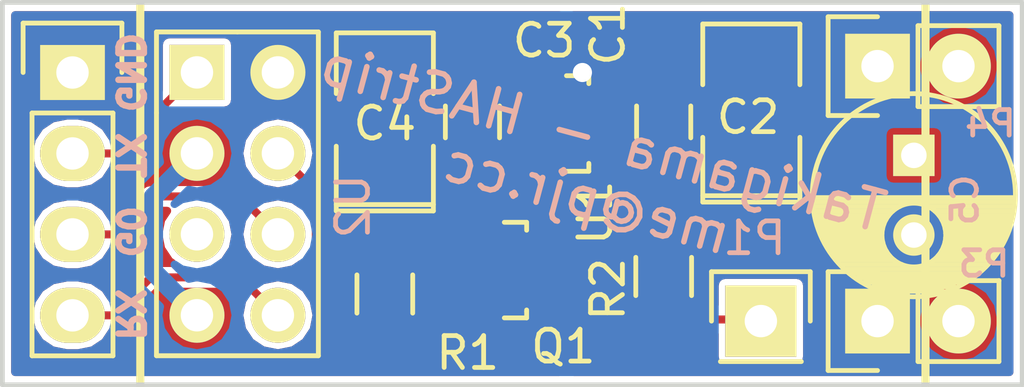
<source format=kicad_pcb>
(kicad_pcb (version 4) (host pcbnew 4.0.2+dfsg1-stable)

  (general
    (links 28)
    (no_connects 1)
    (area 149.924999 89.924999 178.075001 102.075001)
    (thickness 1.6)
    (drawings 9)
    (tracks 44)
    (zones 0)
    (modules 14)
    (nets 9)
  )

  (page A4)
  (layers
    (0 F.Cu signal hide)
    (31 B.Cu signal hide)
    (32 B.Adhes user)
    (33 F.Adhes user)
    (34 B.Paste user)
    (35 F.Paste user)
    (36 B.SilkS user)
    (37 F.SilkS user)
    (38 B.Mask user)
    (39 F.Mask user)
    (40 Dwgs.User user)
    (41 Cmts.User user)
    (42 Eco1.User user)
    (43 Eco2.User user)
    (44 Edge.Cuts user)
    (45 Margin user)
    (46 B.CrtYd user)
    (47 F.CrtYd user)
    (48 B.Fab user)
    (49 F.Fab user)
  )

  (setup
    (last_trace_width 1.2)
    (user_trace_width 0.4)
    (user_trace_width 0.6)
    (user_trace_width 0.8)
    (user_trace_width 1)
    (user_trace_width 1.2)
    (user_trace_width 1.4)
    (user_trace_width 1.6)
    (user_trace_width 1.8)
    (trace_clearance 0.2)
    (zone_clearance 0.2)
    (zone_45_only no)
    (trace_min 0.2)
    (segment_width 0.2)
    (edge_width 0.15)
    (via_size 0.6)
    (via_drill 0.4)
    (via_min_size 0.4)
    (via_min_drill 0.3)
    (user_via 0.4 0.3)
    (user_via 0.6 0.5)
    (user_via 0.8 0.6)
    (user_via 1.2 1)
    (user_via 1.4 1.2)
    (user_via 1.6 1.4)
    (user_via 1.8 1.6)
    (uvia_size 0.3)
    (uvia_drill 0.1)
    (uvias_allowed no)
    (uvia_min_size 0.2)
    (uvia_min_drill 0.1)
    (pcb_text_width 0.3)
    (pcb_text_size 1.5 1.5)
    (mod_edge_width 0.15)
    (mod_text_size 1 1)
    (mod_text_width 0.15)
    (pad_size 1.524 1.524)
    (pad_drill 0.762)
    (pad_to_mask_clearance 0.2)
    (aux_axis_origin 0 0)
    (visible_elements FFFFFF7F)
    (pcbplotparams
      (layerselection 0x00030_80000001)
      (usegerberextensions false)
      (excludeedgelayer true)
      (linewidth 0.100000)
      (plotframeref false)
      (viasonmask false)
      (mode 1)
      (useauxorigin false)
      (hpglpennumber 1)
      (hpglpenspeed 20)
      (hpglpendiameter 15)
      (hpglpenoverlay 2)
      (psnegative false)
      (psa4output false)
      (plotreference true)
      (plotvalue true)
      (plotinvisibletext false)
      (padsonsilk false)
      (subtractmaskfromsilk false)
      (outputformat 1)
      (mirror false)
      (drillshape 1)
      (scaleselection 1)
      (outputdirectory ""))
  )

  (net 0 "")
  (net 1 +5V)
  (net 2 GND)
  (net 3 +3V3)
  (net 4 GPIO2_5)
  (net 5 GPIO2)
  (net 6 GPIO0)
  (net 7 TX)
  (net 8 RX)

  (net_class Default "This is the default net class."
    (clearance 0.2)
    (trace_width 0.25)
    (via_dia 0.6)
    (via_drill 0.4)
    (uvia_dia 0.3)
    (uvia_drill 0.1)
    (add_net +3V3)
    (add_net +5V)
    (add_net GND)
    (add_net GPIO0)
    (add_net GPIO2)
    (add_net GPIO2_5)
    (add_net RX)
    (add_net TX)
  )

  (module Capacitors_SMD:C_0805_HandSoldering (layer F.Cu) (tedit 541A9B8D) (tstamp 580E1B5D)
    (at 166.75 93.75 90)
    (descr "Capacitor SMD 0805, hand soldering")
    (tags "capacitor 0805")
    (path /580E10B5)
    (attr smd)
    (fp_text reference C1 (at 2.75 -1.75 90) (layer F.SilkS)
      (effects (font (size 1 1) (thickness 0.15)))
    )
    (fp_text value 0.1uf (at 6.15 -0.15 270) (layer F.Fab)
      (effects (font (size 1 1) (thickness 0.15)))
    )
    (fp_line (start -2.3 -1) (end 2.3 -1) (layer F.CrtYd) (width 0.05))
    (fp_line (start -2.3 1) (end 2.3 1) (layer F.CrtYd) (width 0.05))
    (fp_line (start -2.3 -1) (end -2.3 1) (layer F.CrtYd) (width 0.05))
    (fp_line (start 2.3 -1) (end 2.3 1) (layer F.CrtYd) (width 0.05))
    (fp_line (start 0.5 -0.85) (end -0.5 -0.85) (layer F.SilkS) (width 0.15))
    (fp_line (start -0.5 0.85) (end 0.5 0.85) (layer F.SilkS) (width 0.15))
    (pad 1 smd rect (at -1.25 0 90) (size 1.5 1.25) (layers F.Cu F.Paste F.Mask)
      (net 1 +5V))
    (pad 2 smd rect (at 1.25 0 90) (size 1.5 1.25) (layers F.Cu F.Paste F.Mask)
      (net 2 GND))
    (model Capacitors_SMD.3dshapes/C_0805_HandSoldering.wrl
      (at (xyz 0 0 0))
      (scale (xyz 1 1 1))
      (rotate (xyz 0 0 0))
    )
  )

  (module Capacitors_SMD:C_0805_HandSoldering (layer F.Cu) (tedit 541A9B8D) (tstamp 580E1B69)
    (at 160.75 93.75 90)
    (descr "Capacitor SMD 0805, hand soldering")
    (tags "capacitor 0805")
    (path /580E12CC)
    (attr smd)
    (fp_text reference C3 (at 2.55 2.25 180) (layer F.SilkS)
      (effects (font (size 1 1) (thickness 0.15)))
    )
    (fp_text value 0.1uf (at 0 2.1 90) (layer F.Fab)
      (effects (font (size 1 1) (thickness 0.15)))
    )
    (fp_line (start -2.3 -1) (end 2.3 -1) (layer F.CrtYd) (width 0.05))
    (fp_line (start -2.3 1) (end 2.3 1) (layer F.CrtYd) (width 0.05))
    (fp_line (start -2.3 -1) (end -2.3 1) (layer F.CrtYd) (width 0.05))
    (fp_line (start 2.3 -1) (end 2.3 1) (layer F.CrtYd) (width 0.05))
    (fp_line (start 0.5 -0.85) (end -0.5 -0.85) (layer F.SilkS) (width 0.15))
    (fp_line (start -0.5 0.85) (end 0.5 0.85) (layer F.SilkS) (width 0.15))
    (pad 1 smd rect (at -1.25 0 90) (size 1.5 1.25) (layers F.Cu F.Paste F.Mask)
      (net 3 +3V3))
    (pad 2 smd rect (at 1.25 0 90) (size 1.5 1.25) (layers F.Cu F.Paste F.Mask)
      (net 2 GND))
    (model Capacitors_SMD.3dshapes/C_0805_HandSoldering.wrl
      (at (xyz 0 0 0))
      (scale (xyz 1 1 1))
      (rotate (xyz 0 0 0))
    )
  )

  (module SMD_Packages:SMD-1210_Pol (layer F.Cu) (tedit 0) (tstamp 580E1B6F)
    (at 158 93.75 90)
    (tags "CMS SM")
    (path /580E12D2)
    (attr smd)
    (fp_text reference C4 (at -0.05 0 360) (layer F.SilkS)
      (effects (font (size 1 1) (thickness 0.15)))
    )
    (fp_text value 2.2uf (at 5.75 0 90) (layer F.Fab)
      (effects (font (size 1 1) (thickness 0.15)))
    )
    (fp_line (start -2.794 -1.524) (end -2.794 1.524) (layer F.SilkS) (width 0.15))
    (fp_line (start 0.889 1.524) (end 2.794 1.524) (layer F.SilkS) (width 0.15))
    (fp_line (start 2.794 1.524) (end 2.794 -1.524) (layer F.SilkS) (width 0.15))
    (fp_line (start 2.794 -1.524) (end 0.889 -1.524) (layer F.SilkS) (width 0.15))
    (fp_line (start -0.762 -1.524) (end -2.794 -1.524) (layer F.SilkS) (width 0.15))
    (fp_line (start -2.594 -1.524) (end -2.594 1.524) (layer F.SilkS) (width 0.15))
    (fp_line (start -2.794 1.524) (end -0.762 1.524) (layer F.SilkS) (width 0.15))
    (pad 1 smd rect (at -1.778 0 90) (size 1.778 2.794) (layers F.Cu F.Paste F.Mask)
      (net 3 +3V3))
    (pad 2 smd rect (at 1.778 0 90) (size 1.778 2.794) (layers F.Cu F.Paste F.Mask)
      (net 2 GND))
    (model SMD_Packages.3dshapes/SMD-1210_Pol.wrl
      (at (xyz 0 0 0))
      (scale (xyz 0.2 0.2 0.2))
      (rotate (xyz 0 0 0))
    )
  )

  (module Pin_Headers:Pin_Header_Straight_1x01 (layer F.Cu) (tedit 581095CE) (tstamp 580E1B81)
    (at 169.8 100)
    (descr "Through hole pin header")
    (tags "pin header")
    (path /580E2256)
    (fp_text reference P3 (at 7 -1.8 180) (layer B.SilkS)
      (effects (font (size 0.8 0.8) (thickness 0.15)) (justify mirror))
    )
    (fp_text value CONN_01X01 (at 5 0.15 90) (layer F.Fab)
      (effects (font (size 1 1) (thickness 0.15)))
    )
    (fp_line (start 1.55 -1.55) (end 1.55 0) (layer F.SilkS) (width 0.15))
    (fp_line (start -1.75 -1.75) (end -1.75 1.75) (layer F.CrtYd) (width 0.05))
    (fp_line (start 1.75 -1.75) (end 1.75 1.75) (layer F.CrtYd) (width 0.05))
    (fp_line (start -1.75 -1.75) (end 1.75 -1.75) (layer F.CrtYd) (width 0.05))
    (fp_line (start -1.75 1.75) (end 1.75 1.75) (layer F.CrtYd) (width 0.05))
    (fp_line (start -1.55 0) (end -1.55 -1.55) (layer F.SilkS) (width 0.15))
    (fp_line (start -1.55 -1.55) (end 1.55 -1.55) (layer F.SilkS) (width 0.15))
    (fp_line (start -1.27 1.27) (end 1.27 1.27) (layer F.SilkS) (width 0.15))
    (pad 1 thru_hole rect (at 0 0) (size 2.2352 2.2352) (drill 1.016) (layers *.Cu *.Mask F.SilkS)
      (net 4 GPIO2_5))
    (model Pin_Headers.3dshapes/Pin_Header_Straight_1x01.wrl
      (at (xyz 0 0 0))
      (scale (xyz 1 1 1))
      (rotate (xyz 0 0 90))
    )
  )

  (module TO_SOT_Packages_SMD:SOT-23 (layer F.Cu) (tedit 553634F8) (tstamp 580E1B88)
    (at 161.8 98.4 270)
    (descr "SOT-23, Standard")
    (tags SOT-23)
    (path /580E1D98)
    (attr smd)
    (fp_text reference Q1 (at 2.4 -1.8 360) (layer F.SilkS)
      (effects (font (size 1 1) (thickness 0.15)))
    )
    (fp_text value BSS138 (at 6.2 0.2 360) (layer F.Fab)
      (effects (font (size 1 1) (thickness 0.15)))
    )
    (fp_line (start -1.65 -1.6) (end 1.65 -1.6) (layer F.CrtYd) (width 0.05))
    (fp_line (start 1.65 -1.6) (end 1.65 1.6) (layer F.CrtYd) (width 0.05))
    (fp_line (start 1.65 1.6) (end -1.65 1.6) (layer F.CrtYd) (width 0.05))
    (fp_line (start -1.65 1.6) (end -1.65 -1.6) (layer F.CrtYd) (width 0.05))
    (fp_line (start 1.29916 -0.65024) (end 1.2509 -0.65024) (layer F.SilkS) (width 0.15))
    (fp_line (start -1.49982 0.0508) (end -1.49982 -0.65024) (layer F.SilkS) (width 0.15))
    (fp_line (start -1.49982 -0.65024) (end -1.2509 -0.65024) (layer F.SilkS) (width 0.15))
    (fp_line (start 1.29916 -0.65024) (end 1.49982 -0.65024) (layer F.SilkS) (width 0.15))
    (fp_line (start 1.49982 -0.65024) (end 1.49982 0.0508) (layer F.SilkS) (width 0.15))
    (pad 1 smd rect (at -0.95 1.00076 270) (size 0.8001 0.8001) (layers F.Cu F.Paste F.Mask)
      (net 3 +3V3))
    (pad 2 smd rect (at 0.95 1.00076 270) (size 0.8001 0.8001) (layers F.Cu F.Paste F.Mask)
      (net 5 GPIO2))
    (pad 3 smd rect (at 0 -0.99822 270) (size 0.8001 0.8001) (layers F.Cu F.Paste F.Mask)
      (net 4 GPIO2_5))
    (model TO_SOT_Packages_SMD.3dshapes/SOT-23.wrl
      (at (xyz 0 0 0))
      (scale (xyz 1 1 1))
      (rotate (xyz 0 0 0))
    )
  )

  (module Resistors_SMD:R_0805_HandSoldering (layer F.Cu) (tedit 54189DEE) (tstamp 580E1B8E)
    (at 158 99.15 270)
    (descr "Resistor SMD 0805, hand soldering")
    (tags "resistor 0805")
    (path /580E1E6A)
    (attr smd)
    (fp_text reference R1 (at 1.85 -2.6 360) (layer F.SilkS)
      (effects (font (size 1 1) (thickness 0.15)))
    )
    (fp_text value 10k (at 3.85 -0.4 360) (layer F.Fab)
      (effects (font (size 1 1) (thickness 0.15)))
    )
    (fp_line (start -2.4 -1) (end 2.4 -1) (layer F.CrtYd) (width 0.05))
    (fp_line (start -2.4 1) (end 2.4 1) (layer F.CrtYd) (width 0.05))
    (fp_line (start -2.4 -1) (end -2.4 1) (layer F.CrtYd) (width 0.05))
    (fp_line (start 2.4 -1) (end 2.4 1) (layer F.CrtYd) (width 0.05))
    (fp_line (start 0.6 0.875) (end -0.6 0.875) (layer F.SilkS) (width 0.15))
    (fp_line (start -0.6 -0.875) (end 0.6 -0.875) (layer F.SilkS) (width 0.15))
    (pad 1 smd rect (at -1.35 0 270) (size 1.5 1.3) (layers F.Cu F.Paste F.Mask)
      (net 3 +3V3))
    (pad 2 smd rect (at 1.35 0 270) (size 1.5 1.3) (layers F.Cu F.Paste F.Mask)
      (net 5 GPIO2))
    (model Resistors_SMD.3dshapes/R_0805_HandSoldering.wrl
      (at (xyz 0 0 0))
      (scale (xyz 1 1 1))
      (rotate (xyz 0 0 0))
    )
  )

  (module Resistors_SMD:R_0805_HandSoldering (layer F.Cu) (tedit 54189DEE) (tstamp 580E1B94)
    (at 166.75 98.6 270)
    (descr "Resistor SMD 0805, hand soldering")
    (tags "resistor 0805")
    (path /580E1EFC)
    (attr smd)
    (fp_text reference R2 (at 0.4 1.75 270) (layer F.SilkS)
      (effects (font (size 1 1) (thickness 0.15)))
    )
    (fp_text value 10k (at 5.2 -0.25 360) (layer F.Fab)
      (effects (font (size 1 1) (thickness 0.15)))
    )
    (fp_line (start -2.4 -1) (end 2.4 -1) (layer F.CrtYd) (width 0.05))
    (fp_line (start -2.4 1) (end 2.4 1) (layer F.CrtYd) (width 0.05))
    (fp_line (start -2.4 -1) (end -2.4 1) (layer F.CrtYd) (width 0.05))
    (fp_line (start 2.4 -1) (end 2.4 1) (layer F.CrtYd) (width 0.05))
    (fp_line (start 0.6 0.875) (end -0.6 0.875) (layer F.SilkS) (width 0.15))
    (fp_line (start -0.6 -0.875) (end 0.6 -0.875) (layer F.SilkS) (width 0.15))
    (pad 1 smd rect (at -1.35 0 270) (size 1.5 1.3) (layers F.Cu F.Paste F.Mask)
      (net 1 +5V))
    (pad 2 smd rect (at 1.35 0 270) (size 1.5 1.3) (layers F.Cu F.Paste F.Mask)
      (net 4 GPIO2_5))
    (model Resistors_SMD.3dshapes/R_0805_HandSoldering.wrl
      (at (xyz 0 0 0))
      (scale (xyz 1 1 1))
      (rotate (xyz 0 0 0))
    )
  )

  (module ESP8266:ESP-01 (layer F.Cu) (tedit 577EF889) (tstamp 580E1BA7)
    (at 152.105001 92.197)
    (descr "Module, ESP-8266, ESP-01, 8 pin")
    (tags "Module ESP-8266 ESP8266")
    (path /580E0E4A)
    (fp_text reference U2 (at 4.894999 4.203 90) (layer B.SilkS)
      (effects (font (size 1 1) (thickness 0.15)) (justify mirror))
    )
    (fp_text value ESP-01v090 (at -13.105001 3.403 90) (layer F.Fab)
      (effects (font (size 1 1) (thickness 0.15)))
    )
    (fp_line (start -1.778 -3.302) (end 22.86 -3.302) (layer F.SilkS) (width 0.254))
    (fp_line (start 22.86 -3.302) (end 22.86 10.922) (layer F.SilkS) (width 0.254))
    (fp_line (start 22.86 10.922) (end -1.778 10.922) (layer F.SilkS) (width 0.254))
    (fp_line (start -1.778 10.922) (end -1.778 -3.302) (layer F.SilkS) (width 0.254))
    (fp_line (start -1.778 -3.302) (end 22.86 -3.302) (layer F.Fab) (width 0.05))
    (fp_line (start 22.86 -3.302) (end 22.86 10.922) (layer F.Fab) (width 0.05))
    (fp_line (start 22.86 10.922) (end -1.778 10.922) (layer F.Fab) (width 0.05))
    (fp_line (start -1.778 10.922) (end -1.778 -3.302) (layer F.Fab) (width 0.05))
    (fp_line (start 1.27 -1.27) (end -1.27 -1.27) (layer F.SilkS) (width 0.1524))
    (fp_line (start -1.27 -1.27) (end -1.27 1.27) (layer F.SilkS) (width 0.1524))
    (fp_line (start -1.75 -1.75) (end -1.75 9.4) (layer F.CrtYd) (width 0.05))
    (fp_line (start 4.3 -1.75) (end 4.3 9.4) (layer F.CrtYd) (width 0.05))
    (fp_line (start -1.75 -1.75) (end 4.3 -1.75) (layer F.CrtYd) (width 0.05))
    (fp_line (start -1.75 9.4) (end 4.3 9.4) (layer F.CrtYd) (width 0.05))
    (fp_line (start -1.27 1.27) (end -1.27 8.89) (layer F.SilkS) (width 0.1524))
    (fp_line (start -1.27 8.89) (end 3.81 8.89) (layer F.SilkS) (width 0.1524))
    (fp_line (start 3.81 8.89) (end 3.81 -1.27) (layer F.SilkS) (width 0.1524))
    (fp_line (start 3.81 -1.27) (end 1.27 -1.27) (layer F.SilkS) (width 0.1524))
    (pad 1 thru_hole rect (at 0 0) (size 1.7272 1.7272) (drill 1.016) (layers *.Cu *.Mask F.SilkS)
      (net 7 TX))
    (pad 2 thru_hole oval (at 2.54 0) (size 1.7272 1.7272) (drill 1.016) (layers *.Cu *.Mask F.SilkS)
      (net 2 GND))
    (pad 3 thru_hole oval (at 0 2.54) (size 1.7272 1.7272) (drill 1.016) (layers *.Cu *.Mask F.SilkS)
      (net 3 +3V3))
    (pad 4 thru_hole oval (at 2.54 2.54) (size 1.7272 1.7272) (drill 1.016) (layers *.Cu *.Mask F.SilkS)
      (net 5 GPIO2))
    (pad 5 thru_hole oval (at 0 5.08) (size 1.7272 1.7272) (drill 1.016) (layers *.Cu *.Mask F.SilkS))
    (pad 6 thru_hole oval (at 2.54 5.08) (size 1.7272 1.7272) (drill 1.016) (layers *.Cu *.Mask F.SilkS)
      (net 6 GPIO0))
    (pad 7 thru_hole oval (at 0 7.62) (size 1.7272 1.7272) (drill 1.016) (layers *.Cu *.Mask F.SilkS)
      (net 3 +3V3))
    (pad 8 thru_hole oval (at 2.54 7.62) (size 1.7272 1.7272) (drill 1.016) (layers *.Cu *.Mask F.SilkS)
      (net 8 RX))
  )

  (module Pin_Headers:Pin_Header_Straight_1x02 (layer F.Cu) (tedit 581095B5) (tstamp 580E1C91)
    (at 173.46 92 90)
    (descr "Through hole pin header")
    (tags "pin header")
    (path /580E1E8E)
    (fp_text reference P4 (at -1.8 3.54 180) (layer B.SilkS)
      (effects (font (size 0.8 0.8) (thickness 0.15)) (justify mirror))
    )
    (fp_text value CONN_01X02 (at 5 -3.45 180) (layer F.Fab)
      (effects (font (size 1 1) (thickness 0.15)))
    )
    (fp_line (start 1.27 1.27) (end 1.27 3.81) (layer F.SilkS) (width 0.15))
    (fp_line (start 1.55 -1.55) (end 1.55 0) (layer F.SilkS) (width 0.15))
    (fp_line (start -1.75 -1.75) (end -1.75 4.3) (layer F.CrtYd) (width 0.05))
    (fp_line (start 1.75 -1.75) (end 1.75 4.3) (layer F.CrtYd) (width 0.05))
    (fp_line (start -1.75 -1.75) (end 1.75 -1.75) (layer F.CrtYd) (width 0.05))
    (fp_line (start -1.75 4.3) (end 1.75 4.3) (layer F.CrtYd) (width 0.05))
    (fp_line (start 1.27 1.27) (end -1.27 1.27) (layer F.SilkS) (width 0.15))
    (fp_line (start -1.55 0) (end -1.55 -1.55) (layer F.SilkS) (width 0.15))
    (fp_line (start -1.55 -1.55) (end 1.55 -1.55) (layer F.SilkS) (width 0.15))
    (fp_line (start -1.27 1.27) (end -1.27 3.81) (layer F.SilkS) (width 0.15))
    (fp_line (start -1.27 3.81) (end 1.27 3.81) (layer F.SilkS) (width 0.15))
    (pad 1 thru_hole rect (at 0 0 90) (size 2.032 2.032) (drill 1.016) (layers *.Cu *.Mask F.SilkS)
      (net 2 GND))
    (pad 2 thru_hole oval (at 0 2.54 90) (size 2.032 2.032) (drill 1.016) (layers *.Cu *.Mask F.SilkS)
      (net 1 +5V))
    (model Pin_Headers.3dshapes/Pin_Header_Straight_1x02.wrl
      (at (xyz 0 -0.05 0))
      (scale (xyz 1 1 1))
      (rotate (xyz 0 0 90))
    )
  )

  (module TO_SOT_Packages_SMD:SOT-23 (layer F.Cu) (tedit 553634F8) (tstamp 580E2224)
    (at 163.75076 93.8 270)
    (descr "SOT-23, Standard")
    (tags SOT-23)
    (path /580E0FB6)
    (attr smd)
    (fp_text reference U1 (at 2.8 -0.84924 270) (layer F.SilkS)
      (effects (font (size 1 1) (thickness 0.15)))
    )
    (fp_text value MCP1700 (at -7.6 -0.24924 270) (layer F.Fab)
      (effects (font (size 1 1) (thickness 0.15)))
    )
    (fp_line (start -1.65 -1.6) (end 1.65 -1.6) (layer F.CrtYd) (width 0.05))
    (fp_line (start 1.65 -1.6) (end 1.65 1.6) (layer F.CrtYd) (width 0.05))
    (fp_line (start 1.65 1.6) (end -1.65 1.6) (layer F.CrtYd) (width 0.05))
    (fp_line (start -1.65 1.6) (end -1.65 -1.6) (layer F.CrtYd) (width 0.05))
    (fp_line (start 1.29916 -0.65024) (end 1.2509 -0.65024) (layer F.SilkS) (width 0.15))
    (fp_line (start -1.49982 0.0508) (end -1.49982 -0.65024) (layer F.SilkS) (width 0.15))
    (fp_line (start -1.49982 -0.65024) (end -1.2509 -0.65024) (layer F.SilkS) (width 0.15))
    (fp_line (start 1.29916 -0.65024) (end 1.49982 -0.65024) (layer F.SilkS) (width 0.15))
    (fp_line (start 1.49982 -0.65024) (end 1.49982 0.0508) (layer F.SilkS) (width 0.15))
    (pad 1 smd rect (at -0.95 1.00076 270) (size 0.8001 0.8001) (layers F.Cu F.Paste F.Mask)
      (net 2 GND))
    (pad 2 smd rect (at 0.95 1.00076 270) (size 0.8001 0.8001) (layers F.Cu F.Paste F.Mask)
      (net 3 +3V3))
    (pad 3 smd rect (at 0 -0.99822 270) (size 0.8001 0.8001) (layers F.Cu F.Paste F.Mask)
      (net 1 +5V))
    (model TO_SOT_Packages_SMD.3dshapes/SOT-23.wrl
      (at (xyz 0 0 0))
      (scale (xyz 1 1 1))
      (rotate (xyz 0 0 0))
    )
  )

  (module Pin_Headers:Pin_Header_Straight_1x02 (layer F.Cu) (tedit 54EA090C) (tstamp 58103662)
    (at 173.46 100 90)
    (descr "Through hole pin header")
    (tags "pin header")
    (path /5810362E)
    (fp_text reference P1 (at 2.6 -3.86 360) (layer B.SilkS)
      (effects (font (size 1 1) (thickness 0.15)) (justify mirror))
    )
    (fp_text value CONN_01X02 (at 0 -3.1 90) (layer F.Fab)
      (effects (font (size 1 1) (thickness 0.15)))
    )
    (fp_line (start 1.27 1.27) (end 1.27 3.81) (layer F.SilkS) (width 0.15))
    (fp_line (start 1.55 -1.55) (end 1.55 0) (layer F.SilkS) (width 0.15))
    (fp_line (start -1.75 -1.75) (end -1.75 4.3) (layer F.CrtYd) (width 0.05))
    (fp_line (start 1.75 -1.75) (end 1.75 4.3) (layer F.CrtYd) (width 0.05))
    (fp_line (start -1.75 -1.75) (end 1.75 -1.75) (layer F.CrtYd) (width 0.05))
    (fp_line (start -1.75 4.3) (end 1.75 4.3) (layer F.CrtYd) (width 0.05))
    (fp_line (start 1.27 1.27) (end -1.27 1.27) (layer F.SilkS) (width 0.15))
    (fp_line (start -1.55 0) (end -1.55 -1.55) (layer F.SilkS) (width 0.15))
    (fp_line (start -1.55 -1.55) (end 1.55 -1.55) (layer F.SilkS) (width 0.15))
    (fp_line (start -1.27 1.27) (end -1.27 3.81) (layer F.SilkS) (width 0.15))
    (fp_line (start -1.27 3.81) (end 1.27 3.81) (layer F.SilkS) (width 0.15))
    (pad 1 thru_hole rect (at 0 0 90) (size 2.032 2.032) (drill 1.016) (layers *.Cu *.Mask F.SilkS)
      (net 2 GND))
    (pad 2 thru_hole oval (at 0 2.54 90) (size 2.032 2.032) (drill 1.016) (layers *.Cu *.Mask F.SilkS)
      (net 1 +5V))
    (model Pin_Headers.3dshapes/Pin_Header_Straight_1x02.wrl
      (at (xyz 0 -0.05 0))
      (scale (xyz 1 1 1))
      (rotate (xyz 0 0 90))
    )
  )

  (module SMD_Packages:SMD-1210_Pol (layer F.Cu) (tedit 0) (tstamp 58103716)
    (at 169.5 93.472 90)
    (tags "CMS SM")
    (path /580E1155)
    (attr smd)
    (fp_text reference C2 (at -0.128 -0.1 180) (layer F.SilkS)
      (effects (font (size 1 1) (thickness 0.15)))
    )
    (fp_text value 2.2uf (at 0 0.762 90) (layer F.Fab)
      (effects (font (size 1 1) (thickness 0.15)))
    )
    (fp_line (start -2.794 -1.524) (end -2.794 1.524) (layer F.SilkS) (width 0.15))
    (fp_line (start 0.889 1.524) (end 2.794 1.524) (layer F.SilkS) (width 0.15))
    (fp_line (start 2.794 1.524) (end 2.794 -1.524) (layer F.SilkS) (width 0.15))
    (fp_line (start 2.794 -1.524) (end 0.889 -1.524) (layer F.SilkS) (width 0.15))
    (fp_line (start -0.762 -1.524) (end -2.794 -1.524) (layer F.SilkS) (width 0.15))
    (fp_line (start -2.594 -1.524) (end -2.594 1.524) (layer F.SilkS) (width 0.15))
    (fp_line (start -2.794 1.524) (end -0.762 1.524) (layer F.SilkS) (width 0.15))
    (pad 1 smd rect (at -1.778 0 90) (size 1.778 2.794) (layers F.Cu F.Paste F.Mask)
      (net 1 +5V))
    (pad 2 smd rect (at 1.778 0 90) (size 1.778 2.794) (layers F.Cu F.Paste F.Mask)
      (net 2 GND))
    (model SMD_Packages.3dshapes/SMD-1210_Pol.wrl
      (at (xyz 0 0 0))
      (scale (xyz 0.2 0.2 0.2))
      (rotate (xyz 0 0 0))
    )
  )

  (module Capacitors_ThroughHole:C_Radial_D6.3_L11.2_P2.5 (layer F.Cu) (tedit 581095A9) (tstamp 581037CD)
    (at 174.6 94.8 270)
    (descr "Radial Electrolytic Capacitor, Diameter 6.3mm x Length 11.2mm, Pitch 2.5mm")
    (tags "Electrolytic Capacitor")
    (path /5810336B)
    (fp_text reference C5 (at 1.4 -1.6 450) (layer B.SilkS)
      (effects (font (size 0.8 0.8) (thickness 0.15)) (justify mirror))
    )
    (fp_text value 1000uf (at 1.25 4.4 270) (layer F.Fab)
      (effects (font (size 1 1) (thickness 0.15)))
    )
    (fp_line (start 1.325 -3.149) (end 1.325 3.149) (layer F.SilkS) (width 0.15))
    (fp_line (start 1.465 -3.143) (end 1.465 3.143) (layer F.SilkS) (width 0.15))
    (fp_line (start 1.605 -3.13) (end 1.605 -0.446) (layer F.SilkS) (width 0.15))
    (fp_line (start 1.605 0.446) (end 1.605 3.13) (layer F.SilkS) (width 0.15))
    (fp_line (start 1.745 -3.111) (end 1.745 -0.656) (layer F.SilkS) (width 0.15))
    (fp_line (start 1.745 0.656) (end 1.745 3.111) (layer F.SilkS) (width 0.15))
    (fp_line (start 1.885 -3.085) (end 1.885 -0.789) (layer F.SilkS) (width 0.15))
    (fp_line (start 1.885 0.789) (end 1.885 3.085) (layer F.SilkS) (width 0.15))
    (fp_line (start 2.025 -3.053) (end 2.025 -0.88) (layer F.SilkS) (width 0.15))
    (fp_line (start 2.025 0.88) (end 2.025 3.053) (layer F.SilkS) (width 0.15))
    (fp_line (start 2.165 -3.014) (end 2.165 -0.942) (layer F.SilkS) (width 0.15))
    (fp_line (start 2.165 0.942) (end 2.165 3.014) (layer F.SilkS) (width 0.15))
    (fp_line (start 2.305 -2.968) (end 2.305 -0.981) (layer F.SilkS) (width 0.15))
    (fp_line (start 2.305 0.981) (end 2.305 2.968) (layer F.SilkS) (width 0.15))
    (fp_line (start 2.445 -2.915) (end 2.445 -0.998) (layer F.SilkS) (width 0.15))
    (fp_line (start 2.445 0.998) (end 2.445 2.915) (layer F.SilkS) (width 0.15))
    (fp_line (start 2.585 -2.853) (end 2.585 -0.996) (layer F.SilkS) (width 0.15))
    (fp_line (start 2.585 0.996) (end 2.585 2.853) (layer F.SilkS) (width 0.15))
    (fp_line (start 2.725 -2.783) (end 2.725 -0.974) (layer F.SilkS) (width 0.15))
    (fp_line (start 2.725 0.974) (end 2.725 2.783) (layer F.SilkS) (width 0.15))
    (fp_line (start 2.865 -2.704) (end 2.865 -0.931) (layer F.SilkS) (width 0.15))
    (fp_line (start 2.865 0.931) (end 2.865 2.704) (layer F.SilkS) (width 0.15))
    (fp_line (start 3.005 -2.616) (end 3.005 -0.863) (layer F.SilkS) (width 0.15))
    (fp_line (start 3.005 0.863) (end 3.005 2.616) (layer F.SilkS) (width 0.15))
    (fp_line (start 3.145 -2.516) (end 3.145 -0.764) (layer F.SilkS) (width 0.15))
    (fp_line (start 3.145 0.764) (end 3.145 2.516) (layer F.SilkS) (width 0.15))
    (fp_line (start 3.285 -2.404) (end 3.285 -0.619) (layer F.SilkS) (width 0.15))
    (fp_line (start 3.285 0.619) (end 3.285 2.404) (layer F.SilkS) (width 0.15))
    (fp_line (start 3.425 -2.279) (end 3.425 -0.38) (layer F.SilkS) (width 0.15))
    (fp_line (start 3.425 0.38) (end 3.425 2.279) (layer F.SilkS) (width 0.15))
    (fp_line (start 3.565 -2.136) (end 3.565 2.136) (layer F.SilkS) (width 0.15))
    (fp_line (start 3.705 -1.974) (end 3.705 1.974) (layer F.SilkS) (width 0.15))
    (fp_line (start 3.845 -1.786) (end 3.845 1.786) (layer F.SilkS) (width 0.15))
    (fp_line (start 3.985 -1.563) (end 3.985 1.563) (layer F.SilkS) (width 0.15))
    (fp_line (start 4.125 -1.287) (end 4.125 1.287) (layer F.SilkS) (width 0.15))
    (fp_line (start 4.265 -0.912) (end 4.265 0.912) (layer F.SilkS) (width 0.15))
    (fp_circle (center 2.5 0) (end 2.5 -1) (layer F.SilkS) (width 0.15))
    (fp_circle (center 1.25 0) (end 1.25 -3.1875) (layer F.SilkS) (width 0.15))
    (fp_circle (center 1.25 0) (end 1.25 -3.4) (layer F.CrtYd) (width 0.05))
    (pad 2 thru_hole circle (at 2.5 0 270) (size 1.3 1.3) (drill 0.8) (layers *.Cu *.Mask F.SilkS)
      (net 2 GND))
    (pad 1 thru_hole rect (at 0 0 270) (size 1.3 1.3) (drill 0.8) (layers *.Cu *.Mask F.SilkS)
      (net 1 +5V))
    (model Capacitors_ThroughHole.3dshapes/C_Radial_D6.3_L11.2_P2.5.wrl
      (at (xyz 0 0 0))
      (scale (xyz 1 1 1))
      (rotate (xyz 0 0 0))
    )
  )

  (module Pin_Headers:Pin_Header_Straight_1x04 (layer F.Cu) (tedit 0) (tstamp 581566A3)
    (at 148.2 92.2)
    (descr "Through hole pin header")
    (tags "pin header")
    (path /58156601)
    (fp_text reference P2 (at 0 -5.1) (layer F.SilkS)
      (effects (font (size 1 1) (thickness 0.15)))
    )
    (fp_text value CONN_01X04 (at -21 -8.475001) (layer F.Fab)
      (effects (font (size 1 1) (thickness 0.15)))
    )
    (fp_line (start -1.75 -1.75) (end -1.75 9.4) (layer F.CrtYd) (width 0.05))
    (fp_line (start 1.75 -1.75) (end 1.75 9.4) (layer F.CrtYd) (width 0.05))
    (fp_line (start -1.75 -1.75) (end 1.75 -1.75) (layer F.CrtYd) (width 0.05))
    (fp_line (start -1.75 9.4) (end 1.75 9.4) (layer F.CrtYd) (width 0.05))
    (fp_line (start -1.27 1.27) (end -1.27 8.89) (layer F.SilkS) (width 0.15))
    (fp_line (start 1.27 1.27) (end 1.27 8.89) (layer F.SilkS) (width 0.15))
    (fp_line (start 1.55 -1.55) (end 1.55 0) (layer F.SilkS) (width 0.15))
    (fp_line (start -1.27 8.89) (end 1.27 8.89) (layer F.SilkS) (width 0.15))
    (fp_line (start 1.27 1.27) (end -1.27 1.27) (layer F.SilkS) (width 0.15))
    (fp_line (start -1.55 0) (end -1.55 -1.55) (layer F.SilkS) (width 0.15))
    (fp_line (start -1.55 -1.55) (end 1.55 -1.55) (layer F.SilkS) (width 0.15))
    (pad 1 thru_hole rect (at 0 0) (size 2.032 1.7272) (drill 1.016) (layers *.Cu *.Mask F.SilkS)
      (net 2 GND))
    (pad 2 thru_hole oval (at 0 2.54) (size 2.032 1.7272) (drill 1.016) (layers *.Cu *.Mask F.SilkS)
      (net 7 TX))
    (pad 3 thru_hole oval (at 0 5.08) (size 2.032 1.7272) (drill 1.016) (layers *.Cu *.Mask F.SilkS)
      (net 6 GPIO0))
    (pad 4 thru_hole oval (at 0 7.62) (size 2.032 1.7272) (drill 1.016) (layers *.Cu *.Mask F.SilkS)
      (net 8 RX))
    (model Pin_Headers.3dshapes/Pin_Header_Straight_1x04.wrl
      (at (xyz 0 -0.15 0))
      (scale (xyz 1 1 1))
      (rotate (xyz 0 0 90))
    )
  )

  (gr_text GND (at 150 92.2 270) (layer B.SilkS) (tstamp 58156C65)
    (effects (font (size 0.8 0.8) (thickness 0.2)) (justify mirror))
  )
  (gr_text TX (at 150 94.8 270) (layer B.SilkS) (tstamp 58156C5E)
    (effects (font (size 0.8 0.8) (thickness 0.2)) (justify mirror))
  )
  (gr_text RX (at 150 99.8 270) (layer B.SilkS) (tstamp 58156C59)
    (effects (font (size 0.8 0.8) (thickness 0.2)) (justify mirror))
  )
  (gr_text G0 (at 150 97.2 270) (layer B.SilkS)
    (effects (font (size 0.8 0.8) (thickness 0.2)) (justify mirror))
  )
  (gr_line (start 146 90) (end 146 102) (layer Edge.Cuts) (width 0.15))
  (gr_line (start 178 90) (end 178 102) (layer Edge.Cuts) (width 0.15))
  (gr_text "Takigama - HAStrip\nme@pjr.cc\n" (at 164.6 95.2 345) (layer B.SilkS)
    (effects (font (size 1.2 1.2) (thickness 0.175)) (justify mirror))
  )
  (gr_line (start 178 102) (end 146 102) (layer Edge.Cuts) (width 0.15))
  (gr_line (start 146 90) (end 178 90) (layer Edge.Cuts) (width 0.15))

  (segment (start 169.5 91.694) (end 173.154 91.694) (width 1.2) (layer F.Cu) (net 2))
  (segment (start 173.154 91.694) (end 173.46 92) (width 1.2) (layer F.Cu) (net 2))
  (segment (start 154.645001 92.197) (end 157.775 92.197) (width 1.2) (layer F.Cu) (net 2))
  (segment (start 157.775 92.197) (end 158 91.972) (width 1.2) (layer F.Cu) (net 2))
  (segment (start 169.5 91.694) (end 167.556 91.694) (width 1) (layer F.Cu) (net 2))
  (segment (start 167.556 91.694) (end 166.75 92.5) (width 1) (layer F.Cu) (net 2))
  (segment (start 166.75 92.5) (end 164.5 92.5) (width 1) (layer F.Cu) (net 2))
  (segment (start 164.5 92.5) (end 164.2 92.2) (width 1) (layer F.Cu) (net 2))
  (segment (start 162.75 92.85) (end 163.55 92.85) (width 1) (layer F.Cu) (net 2))
  (segment (start 163.55 92.85) (end 164.2 92.2) (width 1) (layer F.Cu) (net 2))
  (via (at 164.2 92.2) (size 0.8) (drill 0.6) (layers F.Cu B.Cu) (net 2))
  (segment (start 160.75 92.5) (end 162.4 92.5) (width 1) (layer F.Cu) (net 2))
  (segment (start 162.4 92.5) (end 162.75 92.85) (width 1) (layer F.Cu) (net 2))
  (segment (start 158 91.972) (end 160.222 91.972) (width 1) (layer F.Cu) (net 2))
  (segment (start 160.222 91.972) (end 160.75 92.5) (width 1) (layer F.Cu) (net 2))
  (segment (start 168.694 92.5) (end 169.5 91.694) (width 0.25) (layer F.Cu) (net 2))
  (segment (start 152.105001 94.737) (end 150.7414 96.100601) (width 0.6) (layer B.Cu) (net 3))
  (segment (start 150.7414 96.100601) (end 150.7414 98.453399) (width 0.6) (layer B.Cu) (net 3))
  (segment (start 150.7414 98.453399) (end 151.241402 98.953401) (width 0.6) (layer B.Cu) (net 3))
  (segment (start 151.241402 98.953401) (end 152.105001 99.817) (width 0.6) (layer B.Cu) (net 3))
  (segment (start 166.75 99.95) (end 169.75 99.95) (width 0.25) (layer F.Cu) (net 4))
  (segment (start 169.75 99.95) (end 169.8 100) (width 0.25) (layer F.Cu) (net 4))
  (segment (start 162.79822 98.4) (end 165.3 98.4) (width 0.25) (layer F.Cu) (net 4))
  (segment (start 165.3 98.4) (end 166.75 99.85) (width 0.25) (layer F.Cu) (net 4))
  (segment (start 166.75 99.85) (end 166.75 99.95) (width 0.25) (layer F.Cu) (net 4))
  (segment (start 158 100.5) (end 160.29929 100.5) (width 0.25) (layer F.Cu) (net 5))
  (segment (start 160.29929 100.5) (end 160.79924 100.00005) (width 0.25) (layer F.Cu) (net 5))
  (segment (start 160.79924 100.00005) (end 160.79924 99.35) (width 0.25) (layer F.Cu) (net 5))
  (segment (start 154.645001 94.737) (end 155.833602 95.925601) (width 0.25) (layer F.Cu) (net 5))
  (segment (start 155.833602 95.925601) (end 155.833602 98.233602) (width 0.25) (layer F.Cu) (net 5))
  (segment (start 155.833602 98.233602) (end 158 100.4) (width 0.25) (layer F.Cu) (net 5))
  (segment (start 158 100.4) (end 158 100.5) (width 0.25) (layer F.Cu) (net 5))
  (segment (start 148.2 97.28) (end 149.466 97.28) (width 0.25) (layer F.Cu) (net 6))
  (segment (start 153.4564 96.088399) (end 153.781402 96.413401) (width 0.25) (layer F.Cu) (net 6))
  (segment (start 149.466 97.28) (end 150.657601 96.088399) (width 0.25) (layer F.Cu) (net 6))
  (segment (start 150.657601 96.088399) (end 153.4564 96.088399) (width 0.25) (layer F.Cu) (net 6))
  (segment (start 153.781402 96.413401) (end 154.645001 97.277) (width 0.25) (layer F.Cu) (net 6))
  (segment (start 148.2 94.74) (end 149.562001 94.74) (width 0.25) (layer F.Cu) (net 7))
  (segment (start 149.562001 94.74) (end 152.105001 92.197) (width 0.25) (layer F.Cu) (net 7))
  (segment (start 148.2 99.82) (end 149.466 99.82) (width 0.25) (layer F.Cu) (net 8))
  (segment (start 150.657601 98.628399) (end 153.4564 98.628399) (width 0.25) (layer F.Cu) (net 8))
  (segment (start 149.466 99.82) (end 150.657601 98.628399) (width 0.25) (layer F.Cu) (net 8))
  (segment (start 153.4564 98.628399) (end 153.781402 98.953401) (width 0.25) (layer F.Cu) (net 8))
  (segment (start 153.781402 98.953401) (end 154.645001 99.817) (width 0.25) (layer F.Cu) (net 8))

  (zone (net 2) (net_name GND) (layer B.Cu) (tstamp 0) (hatch edge 0.508)
    (connect_pads yes (clearance 0.2))
    (min_thickness 0.254)
    (fill yes (arc_segments 16) (thermal_gap 0.508) (thermal_bridge_width 0.508))
    (polygon
      (pts
        (xy 178.2 102.2) (xy 145.8 102.2) (xy 145.8 89.8) (xy 178.2 89.8) (xy 178.2 102.2)
      )
    )
    (filled_polygon
      (pts
        (xy 177.598 101.598) (xy 146.402 101.598) (xy 146.402 99.82) (xy 146.830689 99.82) (xy 146.921318 100.275623)
        (xy 147.179408 100.661881) (xy 147.565666 100.919971) (xy 148.021289 101.0106) (xy 148.378711 101.0106) (xy 148.834334 100.919971)
        (xy 149.220592 100.661881) (xy 149.478682 100.275623) (xy 149.569311 99.82) (xy 149.478682 99.364377) (xy 149.220592 98.978119)
        (xy 148.834334 98.720029) (xy 148.378711 98.6294) (xy 148.021289 98.6294) (xy 147.565666 98.720029) (xy 147.179408 98.978119)
        (xy 146.921318 99.364377) (xy 146.830689 99.82) (xy 146.402 99.82) (xy 146.402 97.28) (xy 146.830689 97.28)
        (xy 146.921318 97.735623) (xy 147.179408 98.121881) (xy 147.565666 98.379971) (xy 148.021289 98.4706) (xy 148.378711 98.4706)
        (xy 148.834334 98.379971) (xy 149.220592 98.121881) (xy 149.478682 97.735623) (xy 149.569311 97.28) (xy 149.478682 96.824377)
        (xy 149.220592 96.438119) (xy 148.834334 96.180029) (xy 148.435023 96.100601) (xy 150.1144 96.100601) (xy 150.1144 98.453399)
        (xy 150.162128 98.693342) (xy 150.288452 98.8824) (xy 150.298044 98.896755) (xy 150.945364 99.544075) (xy 150.891076 99.817)
        (xy 150.981705 100.272623) (xy 151.239795 100.658881) (xy 151.626053 100.916971) (xy 152.081676 101.0076) (xy 152.128326 101.0076)
        (xy 152.583949 100.916971) (xy 152.970207 100.658881) (xy 153.228297 100.272623) (xy 153.318926 99.817) (xy 153.431076 99.817)
        (xy 153.521705 100.272623) (xy 153.779795 100.658881) (xy 154.166053 100.916971) (xy 154.621676 101.0076) (xy 154.668326 101.0076)
        (xy 155.123949 100.916971) (xy 155.510207 100.658881) (xy 155.768297 100.272623) (xy 155.858926 99.817) (xy 155.768297 99.361377)
        (xy 155.510207 98.975119) (xy 155.371444 98.8824) (xy 168.348994 98.8824) (xy 168.348994 101.1176) (xy 168.371795 101.238779)
        (xy 168.443412 101.350074) (xy 168.552686 101.424738) (xy 168.6824 101.451006) (xy 170.9176 101.451006) (xy 171.038779 101.428205)
        (xy 171.150074 101.356588) (xy 171.224738 101.247314) (xy 171.251006 101.1176) (xy 171.251006 99.973689) (xy 174.657 99.973689)
        (xy 174.657 100.026311) (xy 174.75923 100.540255) (xy 175.050356 100.975955) (xy 175.486056 101.267081) (xy 176 101.369311)
        (xy 176.513944 101.267081) (xy 176.949644 100.975955) (xy 177.24077 100.540255) (xy 177.343 100.026311) (xy 177.343 99.973689)
        (xy 177.24077 99.459745) (xy 176.949644 99.024045) (xy 176.513944 98.732919) (xy 176 98.630689) (xy 175.486056 98.732919)
        (xy 175.050356 99.024045) (xy 174.75923 99.459745) (xy 174.657 99.973689) (xy 171.251006 99.973689) (xy 171.251006 98.8824)
        (xy 171.228205 98.761221) (xy 171.156588 98.649926) (xy 171.047314 98.575262) (xy 170.9176 98.548994) (xy 168.6824 98.548994)
        (xy 168.561221 98.571795) (xy 168.449926 98.643412) (xy 168.375262 98.752686) (xy 168.348994 98.8824) (xy 155.371444 98.8824)
        (xy 155.123949 98.717029) (xy 154.668326 98.6264) (xy 154.621676 98.6264) (xy 154.166053 98.717029) (xy 153.779795 98.975119)
        (xy 153.521705 99.361377) (xy 153.431076 99.817) (xy 153.318926 99.817) (xy 153.228297 99.361377) (xy 152.970207 98.975119)
        (xy 152.583949 98.717029) (xy 152.128326 98.6264) (xy 152.081676 98.6264) (xy 151.847661 98.672948) (xy 151.401928 98.227215)
        (xy 151.626053 98.376971) (xy 152.081676 98.4676) (xy 152.128326 98.4676) (xy 152.583949 98.376971) (xy 152.970207 98.118881)
        (xy 153.228297 97.732623) (xy 153.318926 97.277) (xy 153.431076 97.277) (xy 153.521705 97.732623) (xy 153.779795 98.118881)
        (xy 154.166053 98.376971) (xy 154.621676 98.4676) (xy 154.668326 98.4676) (xy 155.123949 98.376971) (xy 155.510207 98.118881)
        (xy 155.768297 97.732623) (xy 155.858926 97.277) (xy 155.768297 96.821377) (xy 155.510207 96.435119) (xy 155.123949 96.177029)
        (xy 154.668326 96.0864) (xy 154.621676 96.0864) (xy 154.166053 96.177029) (xy 153.779795 96.435119) (xy 153.521705 96.821377)
        (xy 153.431076 97.277) (xy 153.318926 97.277) (xy 153.228297 96.821377) (xy 152.970207 96.435119) (xy 152.583949 96.177029)
        (xy 152.128326 96.0864) (xy 152.081676 96.0864) (xy 151.626053 96.177029) (xy 151.401928 96.326785) (xy 151.847661 95.881052)
        (xy 152.081676 95.9276) (xy 152.128326 95.9276) (xy 152.583949 95.836971) (xy 152.970207 95.578881) (xy 153.228297 95.192623)
        (xy 153.318926 94.737) (xy 153.431076 94.737) (xy 153.521705 95.192623) (xy 153.779795 95.578881) (xy 154.166053 95.836971)
        (xy 154.621676 95.9276) (xy 154.668326 95.9276) (xy 155.123949 95.836971) (xy 155.510207 95.578881) (xy 155.768297 95.192623)
        (xy 155.858926 94.737) (xy 155.768297 94.281377) (xy 155.680514 94.15) (xy 173.616594 94.15) (xy 173.616594 95.45)
        (xy 173.639395 95.571179) (xy 173.711012 95.682474) (xy 173.820286 95.757138) (xy 173.95 95.783406) (xy 175.25 95.783406)
        (xy 175.371179 95.760605) (xy 175.482474 95.688988) (xy 175.557138 95.579714) (xy 175.583406 95.45) (xy 175.583406 94.15)
        (xy 175.560605 94.028821) (xy 175.488988 93.917526) (xy 175.379714 93.842862) (xy 175.25 93.816594) (xy 173.95 93.816594)
        (xy 173.828821 93.839395) (xy 173.717526 93.911012) (xy 173.642862 94.020286) (xy 173.616594 94.15) (xy 155.680514 94.15)
        (xy 155.510207 93.895119) (xy 155.123949 93.637029) (xy 154.668326 93.5464) (xy 154.621676 93.5464) (xy 154.166053 93.637029)
        (xy 153.779795 93.895119) (xy 153.521705 94.281377) (xy 153.431076 94.737) (xy 153.318926 94.737) (xy 153.228297 94.281377)
        (xy 152.970207 93.895119) (xy 152.583949 93.637029) (xy 152.128326 93.5464) (xy 152.081676 93.5464) (xy 151.626053 93.637029)
        (xy 151.239795 93.895119) (xy 150.981705 94.281377) (xy 150.891076 94.737) (xy 150.945364 95.009925) (xy 150.298044 95.657245)
        (xy 150.162128 95.860658) (xy 150.1144 96.100601) (xy 148.435023 96.100601) (xy 148.378711 96.0894) (xy 148.021289 96.0894)
        (xy 147.565666 96.180029) (xy 147.179408 96.438119) (xy 146.921318 96.824377) (xy 146.830689 97.28) (xy 146.402 97.28)
        (xy 146.402 94.74) (xy 146.830689 94.74) (xy 146.921318 95.195623) (xy 147.179408 95.581881) (xy 147.565666 95.839971)
        (xy 148.021289 95.9306) (xy 148.378711 95.9306) (xy 148.834334 95.839971) (xy 149.220592 95.581881) (xy 149.478682 95.195623)
        (xy 149.569311 94.74) (xy 149.478682 94.284377) (xy 149.220592 93.898119) (xy 148.834334 93.640029) (xy 148.378711 93.5494)
        (xy 148.021289 93.5494) (xy 147.565666 93.640029) (xy 147.179408 93.898119) (xy 146.921318 94.284377) (xy 146.830689 94.74)
        (xy 146.402 94.74) (xy 146.402 91.3334) (xy 150.907995 91.3334) (xy 150.907995 93.0606) (xy 150.930796 93.181779)
        (xy 151.002413 93.293074) (xy 151.111687 93.367738) (xy 151.241401 93.394006) (xy 152.968601 93.394006) (xy 153.08978 93.371205)
        (xy 153.201075 93.299588) (xy 153.275739 93.190314) (xy 153.302007 93.0606) (xy 153.302007 91.973689) (xy 174.657 91.973689)
        (xy 174.657 92.026311) (xy 174.75923 92.540255) (xy 175.050356 92.975955) (xy 175.486056 93.267081) (xy 176 93.369311)
        (xy 176.513944 93.267081) (xy 176.949644 92.975955) (xy 177.24077 92.540255) (xy 177.343 92.026311) (xy 177.343 91.973689)
        (xy 177.24077 91.459745) (xy 176.949644 91.024045) (xy 176.513944 90.732919) (xy 176 90.630689) (xy 175.486056 90.732919)
        (xy 175.050356 91.024045) (xy 174.75923 91.459745) (xy 174.657 91.973689) (xy 153.302007 91.973689) (xy 153.302007 91.3334)
        (xy 153.279206 91.212221) (xy 153.207589 91.100926) (xy 153.098315 91.026262) (xy 152.968601 90.999994) (xy 151.241401 90.999994)
        (xy 151.120222 91.022795) (xy 151.008927 91.094412) (xy 150.934263 91.203686) (xy 150.907995 91.3334) (xy 146.402 91.3334)
        (xy 146.402 90.402) (xy 177.598 90.402)
      )
    )
  )
  (zone (net 3) (net_name +3V3) (layer F.Cu) (tstamp 0) (hatch edge 0.508)
    (connect_pads yes (clearance 0.2))
    (min_thickness 0.254)
    (fill yes (arc_segments 16) (thermal_gap 0.508) (thermal_bridge_width 0.508))
    (polygon
      (pts
        (xy 145.8 89.8) (xy 145.8 102.2) (xy 163.6 102.2) (xy 163.6 89.8)
      )
    )
    (filled_polygon
      (pts
        (xy 163.473 91.757446) (xy 163.207446 92.023) (xy 163.092554 92.023) (xy 162.984777 91.915223) (xy 162.716479 91.735952)
        (xy 162.4 91.673) (xy 161.693918 91.673) (xy 161.685605 91.628821) (xy 161.613988 91.517526) (xy 161.504714 91.442862)
        (xy 161.375 91.416594) (xy 160.836148 91.416594) (xy 160.806777 91.387223) (xy 160.538479 91.207952) (xy 160.222 91.145)
        (xy 159.730406 91.145) (xy 159.730406 91.083) (xy 159.707605 90.961821) (xy 159.635988 90.850526) (xy 159.526714 90.775862)
        (xy 159.397 90.749594) (xy 156.603 90.749594) (xy 156.481821 90.772395) (xy 156.370526 90.844012) (xy 156.295862 90.953286)
        (xy 156.269594 91.083) (xy 156.269594 91.27) (xy 155.382818 91.27) (xy 155.123949 91.097029) (xy 154.668326 91.0064)
        (xy 154.621676 91.0064) (xy 154.166053 91.097029) (xy 153.779795 91.355119) (xy 153.521705 91.741377) (xy 153.431076 92.197)
        (xy 153.521705 92.652623) (xy 153.779795 93.038881) (xy 154.166053 93.296971) (xy 154.621676 93.3876) (xy 154.668326 93.3876)
        (xy 155.123949 93.296971) (xy 155.382818 93.124) (xy 156.408688 93.124) (xy 156.473286 93.168138) (xy 156.603 93.194406)
        (xy 159.397 93.194406) (xy 159.518179 93.171605) (xy 159.629474 93.099988) (xy 159.704138 92.990714) (xy 159.730406 92.861)
        (xy 159.730406 92.799) (xy 159.791594 92.799) (xy 159.791594 93.25) (xy 159.814395 93.371179) (xy 159.886012 93.482474)
        (xy 159.995286 93.557138) (xy 160.125 93.583406) (xy 161.375 93.583406) (xy 161.496179 93.560605) (xy 161.607474 93.488988)
        (xy 161.682138 93.379714) (xy 161.692813 93.327) (xy 162.031023 93.327) (xy 162.039345 93.371229) (xy 162.110962 93.482524)
        (xy 162.220236 93.557188) (xy 162.34995 93.583456) (xy 162.387737 93.583456) (xy 162.433521 93.614048) (xy 162.75 93.677)
        (xy 163.473 93.677) (xy 163.473 97.82302) (xy 163.437258 97.767476) (xy 163.327984 97.692812) (xy 163.19827 97.666544)
        (xy 162.39817 97.666544) (xy 162.276991 97.689345) (xy 162.165696 97.760962) (xy 162.091032 97.870236) (xy 162.064764 97.99995)
        (xy 162.064764 98.80005) (xy 162.087565 98.921229) (xy 162.159182 99.032524) (xy 162.268456 99.107188) (xy 162.39817 99.133456)
        (xy 163.19827 99.133456) (xy 163.319449 99.110655) (xy 163.430744 99.039038) (xy 163.473 98.977195) (xy 163.473 101.598)
        (xy 146.402 101.598) (xy 146.402 97.28) (xy 146.830689 97.28) (xy 146.921318 97.735623) (xy 147.179408 98.121881)
        (xy 147.565666 98.379971) (xy 148.021289 98.4706) (xy 148.378711 98.4706) (xy 148.834334 98.379971) (xy 149.220592 98.121881)
        (xy 149.478682 97.735623) (xy 149.479955 97.729224) (xy 149.638973 97.697594) (xy 149.785612 97.599612) (xy 150.844825 96.540399)
        (xy 151.169449 96.540399) (xy 150.981705 96.821377) (xy 150.891076 97.277) (xy 150.981705 97.732623) (xy 151.239795 98.118881)
        (xy 151.325877 98.176399) (xy 150.657601 98.176399) (xy 150.484628 98.210805) (xy 150.337989 98.308787) (xy 149.400062 99.246714)
        (xy 149.220592 98.978119) (xy 148.834334 98.720029) (xy 148.378711 98.6294) (xy 148.021289 98.6294) (xy 147.565666 98.720029)
        (xy 147.179408 98.978119) (xy 146.921318 99.364377) (xy 146.830689 99.82) (xy 146.921318 100.275623) (xy 147.179408 100.661881)
        (xy 147.565666 100.919971) (xy 148.021289 101.0106) (xy 148.378711 101.0106) (xy 148.834334 100.919971) (xy 149.220592 100.661881)
        (xy 149.478682 100.275623) (xy 149.479955 100.269224) (xy 149.638973 100.237594) (xy 149.785612 100.139612) (xy 150.844825 99.080399)
        (xy 153.269176 99.080399) (xy 153.5331 99.344323) (xy 153.521705 99.361377) (xy 153.431076 99.817) (xy 153.521705 100.272623)
        (xy 153.779795 100.658881) (xy 154.166053 100.916971) (xy 154.621676 101.0076) (xy 154.668326 101.0076) (xy 155.123949 100.916971)
        (xy 155.510207 100.658881) (xy 155.768297 100.272623) (xy 155.858926 99.817) (xy 155.768297 99.361377) (xy 155.510207 98.975119)
        (xy 155.123949 98.717029) (xy 154.668326 98.6264) (xy 154.621676 98.6264) (xy 154.181234 98.714009) (xy 153.776012 98.308787)
        (xy 153.629373 98.210805) (xy 153.4564 98.176399) (xy 152.884125 98.176399) (xy 152.970207 98.118881) (xy 153.228297 97.732623)
        (xy 153.318926 97.277) (xy 153.228297 96.821377) (xy 153.040553 96.540399) (xy 153.269176 96.540399) (xy 153.5331 96.804323)
        (xy 153.521705 96.821377) (xy 153.431076 97.277) (xy 153.521705 97.732623) (xy 153.779795 98.118881) (xy 154.166053 98.376971)
        (xy 154.621676 98.4676) (xy 154.668326 98.4676) (xy 155.123949 98.376971) (xy 155.381602 98.204812) (xy 155.381602 98.233602)
        (xy 155.416008 98.406575) (xy 155.51399 98.553214) (xy 157.016594 100.055819) (xy 157.016594 101.25) (xy 157.039395 101.371179)
        (xy 157.111012 101.482474) (xy 157.220286 101.557138) (xy 157.35 101.583406) (xy 158.65 101.583406) (xy 158.771179 101.560605)
        (xy 158.882474 101.488988) (xy 158.957138 101.379714) (xy 158.983406 101.25) (xy 158.983406 100.952) (xy 160.29929 100.952)
        (xy 160.472263 100.917594) (xy 160.618902 100.819612) (xy 161.118852 100.319662) (xy 161.216834 100.173023) (xy 161.236025 100.076544)
        (xy 161.320469 100.060655) (xy 161.431764 99.989038) (xy 161.506428 99.879764) (xy 161.532696 99.75005) (xy 161.532696 98.94995)
        (xy 161.509895 98.828771) (xy 161.438278 98.717476) (xy 161.329004 98.642812) (xy 161.19929 98.616544) (xy 160.39919 98.616544)
        (xy 160.278011 98.639345) (xy 160.166716 98.710962) (xy 160.092052 98.820236) (xy 160.065784 98.94995) (xy 160.065784 99.75005)
        (xy 160.088585 99.871229) (xy 160.160202 99.982524) (xy 160.170503 99.989563) (xy 160.112066 100.048) (xy 158.983406 100.048)
        (xy 158.983406 99.75) (xy 158.960605 99.628821) (xy 158.888988 99.517526) (xy 158.779714 99.442862) (xy 158.65 99.416594)
        (xy 157.655819 99.416594) (xy 156.285602 98.046378) (xy 156.285602 95.925601) (xy 156.251196 95.752628) (xy 156.153215 95.605989)
        (xy 155.756902 95.209677) (xy 155.768297 95.192623) (xy 155.858926 94.737) (xy 155.768297 94.281377) (xy 155.510207 93.895119)
        (xy 155.123949 93.637029) (xy 154.668326 93.5464) (xy 154.621676 93.5464) (xy 154.166053 93.637029) (xy 153.779795 93.895119)
        (xy 153.521705 94.281377) (xy 153.431076 94.737) (xy 153.521705 95.192623) (xy 153.779795 95.578881) (xy 154.166053 95.836971)
        (xy 154.621676 95.9276) (xy 154.668326 95.9276) (xy 155.108767 95.839991) (xy 155.381602 96.112826) (xy 155.381602 96.349188)
        (xy 155.123949 96.177029) (xy 154.668326 96.0864) (xy 154.621676 96.0864) (xy 154.181234 96.174009) (xy 153.776012 95.768787)
        (xy 153.629373 95.670805) (xy 153.4564 95.636399) (xy 150.657601 95.636399) (xy 150.484628 95.670805) (xy 150.337989 95.768787)
        (xy 149.400062 96.706714) (xy 149.220592 96.438119) (xy 148.834334 96.180029) (xy 148.378711 96.0894) (xy 148.021289 96.0894)
        (xy 147.565666 96.180029) (xy 147.179408 96.438119) (xy 146.921318 96.824377) (xy 146.830689 97.28) (xy 146.402 97.28)
        (xy 146.402 94.74) (xy 146.830689 94.74) (xy 146.921318 95.195623) (xy 147.179408 95.581881) (xy 147.565666 95.839971)
        (xy 148.021289 95.9306) (xy 148.378711 95.9306) (xy 148.834334 95.839971) (xy 149.220592 95.581881) (xy 149.478682 95.195623)
        (xy 149.479403 95.192) (xy 149.562001 95.192) (xy 149.734974 95.157594) (xy 149.881613 95.059612) (xy 151.547219 93.394006)
        (xy 152.968601 93.394006) (xy 153.08978 93.371205) (xy 153.201075 93.299588) (xy 153.275739 93.190314) (xy 153.302007 93.0606)
        (xy 153.302007 91.3334) (xy 153.279206 91.212221) (xy 153.207589 91.100926) (xy 153.098315 91.026262) (xy 152.968601 90.999994)
        (xy 151.241401 90.999994) (xy 151.120222 91.022795) (xy 151.008927 91.094412) (xy 150.934263 91.203686) (xy 150.907995 91.3334)
        (xy 150.907995 92.754782) (xy 149.438515 94.224262) (xy 149.220592 93.898119) (xy 148.834334 93.640029) (xy 148.378711 93.5494)
        (xy 148.021289 93.5494) (xy 147.565666 93.640029) (xy 147.179408 93.898119) (xy 146.921318 94.284377) (xy 146.830689 94.74)
        (xy 146.402 94.74) (xy 146.402 91.3364) (xy 146.850594 91.3364) (xy 146.850594 93.0636) (xy 146.873395 93.184779)
        (xy 146.945012 93.296074) (xy 147.054286 93.370738) (xy 147.184 93.397006) (xy 149.216 93.397006) (xy 149.337179 93.374205)
        (xy 149.448474 93.302588) (xy 149.523138 93.193314) (xy 149.549406 93.0636) (xy 149.549406 91.3364) (xy 149.526605 91.215221)
        (xy 149.454988 91.103926) (xy 149.345714 91.029262) (xy 149.216 91.002994) (xy 147.184 91.002994) (xy 147.062821 91.025795)
        (xy 146.951526 91.097412) (xy 146.876862 91.206686) (xy 146.850594 91.3364) (xy 146.402 91.3364) (xy 146.402 90.402)
        (xy 163.473 90.402)
      )
    )
  )
  (zone (net 1) (net_name +5V) (layer F.Cu) (tstamp 0) (hatch edge 0.508)
    (connect_pads yes (clearance 0.2))
    (min_thickness 0.254)
    (fill yes (arc_segments 16) (thermal_gap 0.508) (thermal_bridge_width 0.508))
    (polygon
      (pts
        (xy 163.8 89.8) (xy 163.8 102.2) (xy 178.2 102.2) (xy 178.2 89.8)
      )
    )
    (filled_polygon
      (pts
        (xy 177.598 101.598) (xy 163.927 101.598) (xy 163.927 98.852) (xy 165.112776 98.852) (xy 165.766594 99.505819)
        (xy 165.766594 100.7) (xy 165.789395 100.821179) (xy 165.861012 100.932474) (xy 165.970286 101.007138) (xy 166.1 101.033406)
        (xy 167.4 101.033406) (xy 167.521179 101.010605) (xy 167.632474 100.938988) (xy 167.707138 100.829714) (xy 167.733406 100.7)
        (xy 167.733406 100.402) (xy 168.348994 100.402) (xy 168.348994 101.1176) (xy 168.371795 101.238779) (xy 168.443412 101.350074)
        (xy 168.552686 101.424738) (xy 168.6824 101.451006) (xy 170.9176 101.451006) (xy 171.038779 101.428205) (xy 171.150074 101.356588)
        (xy 171.224738 101.247314) (xy 171.251006 101.1176) (xy 171.251006 98.984) (xy 172.110594 98.984) (xy 172.110594 101.016)
        (xy 172.133395 101.137179) (xy 172.205012 101.248474) (xy 172.314286 101.323138) (xy 172.444 101.349406) (xy 174.476 101.349406)
        (xy 174.597179 101.326605) (xy 174.708474 101.254988) (xy 174.783138 101.145714) (xy 174.809406 101.016) (xy 174.809406 98.984)
        (xy 174.786605 98.862821) (xy 174.714988 98.751526) (xy 174.605714 98.676862) (xy 174.476 98.650594) (xy 172.444 98.650594)
        (xy 172.322821 98.673395) (xy 172.211526 98.745012) (xy 172.136862 98.854286) (xy 172.110594 98.984) (xy 171.251006 98.984)
        (xy 171.251006 98.8824) (xy 171.228205 98.761221) (xy 171.156588 98.649926) (xy 171.047314 98.575262) (xy 170.9176 98.548994)
        (xy 168.6824 98.548994) (xy 168.561221 98.571795) (xy 168.449926 98.643412) (xy 168.375262 98.752686) (xy 168.348994 98.8824)
        (xy 168.348994 99.498) (xy 167.733406 99.498) (xy 167.733406 99.2) (xy 167.710605 99.078821) (xy 167.638988 98.967526)
        (xy 167.529714 98.892862) (xy 167.4 98.866594) (xy 166.405819 98.866594) (xy 165.619612 98.080388) (xy 165.472973 97.982406)
        (xy 165.3 97.948) (xy 163.927 97.948) (xy 163.927 97.493485) (xy 173.62283 97.493485) (xy 173.771256 97.852703)
        (xy 174.045851 98.127778) (xy 174.40481 98.27683) (xy 174.793485 98.27717) (xy 175.152703 98.128744) (xy 175.427778 97.854149)
        (xy 175.57683 97.49519) (xy 175.57717 97.106515) (xy 175.428744 96.747297) (xy 175.154149 96.472222) (xy 174.79519 96.32317)
        (xy 174.406515 96.32283) (xy 174.047297 96.471256) (xy 173.772222 96.745851) (xy 173.62317 97.10481) (xy 173.62283 97.493485)
        (xy 163.927 97.493485) (xy 163.927 93.573609) (xy 164.134777 93.434777) (xy 164.285267 93.284287) (xy 164.5 93.327)
        (xy 165.806082 93.327) (xy 165.814395 93.371179) (xy 165.886012 93.482474) (xy 165.995286 93.557138) (xy 166.125 93.583406)
        (xy 167.375 93.583406) (xy 167.496179 93.560605) (xy 167.607474 93.488988) (xy 167.682138 93.379714) (xy 167.708406 93.25)
        (xy 167.708406 92.711148) (xy 167.780198 92.639356) (xy 167.792395 92.704179) (xy 167.864012 92.815474) (xy 167.973286 92.890138)
        (xy 168.103 92.916406) (xy 168.519249 92.916406) (xy 168.521027 92.917594) (xy 168.694 92.952) (xy 168.866973 92.917594)
        (xy 168.868751 92.916406) (xy 170.897 92.916406) (xy 171.018179 92.893605) (xy 171.129474 92.821988) (xy 171.204138 92.712714)
        (xy 171.222711 92.621) (xy 172.110594 92.621) (xy 172.110594 93.016) (xy 172.133395 93.137179) (xy 172.205012 93.248474)
        (xy 172.314286 93.323138) (xy 172.444 93.349406) (xy 174.476 93.349406) (xy 174.597179 93.326605) (xy 174.708474 93.254988)
        (xy 174.783138 93.145714) (xy 174.809406 93.016) (xy 174.809406 90.984) (xy 174.786605 90.862821) (xy 174.714988 90.751526)
        (xy 174.605714 90.676862) (xy 174.476 90.650594) (xy 172.444 90.650594) (xy 172.322821 90.673395) (xy 172.211526 90.745012)
        (xy 172.196502 90.767) (xy 171.223256 90.767) (xy 171.207605 90.683821) (xy 171.135988 90.572526) (xy 171.026714 90.497862)
        (xy 170.897 90.471594) (xy 168.103 90.471594) (xy 167.981821 90.494395) (xy 167.870526 90.566012) (xy 167.795862 90.675286)
        (xy 167.769594 90.805) (xy 167.769594 90.867) (xy 167.556 90.867) (xy 167.239521 90.929952) (xy 166.971223 91.109223)
        (xy 166.663852 91.416594) (xy 166.125 91.416594) (xy 166.003821 91.439395) (xy 165.892526 91.511012) (xy 165.817862 91.620286)
        (xy 165.807187 91.673) (xy 164.842554 91.673) (xy 164.784777 91.615223) (xy 164.516479 91.435952) (xy 164.2 91.373)
        (xy 163.927 91.427303) (xy 163.927 90.402) (xy 177.598 90.402)
      )
    )
  )
)

</source>
